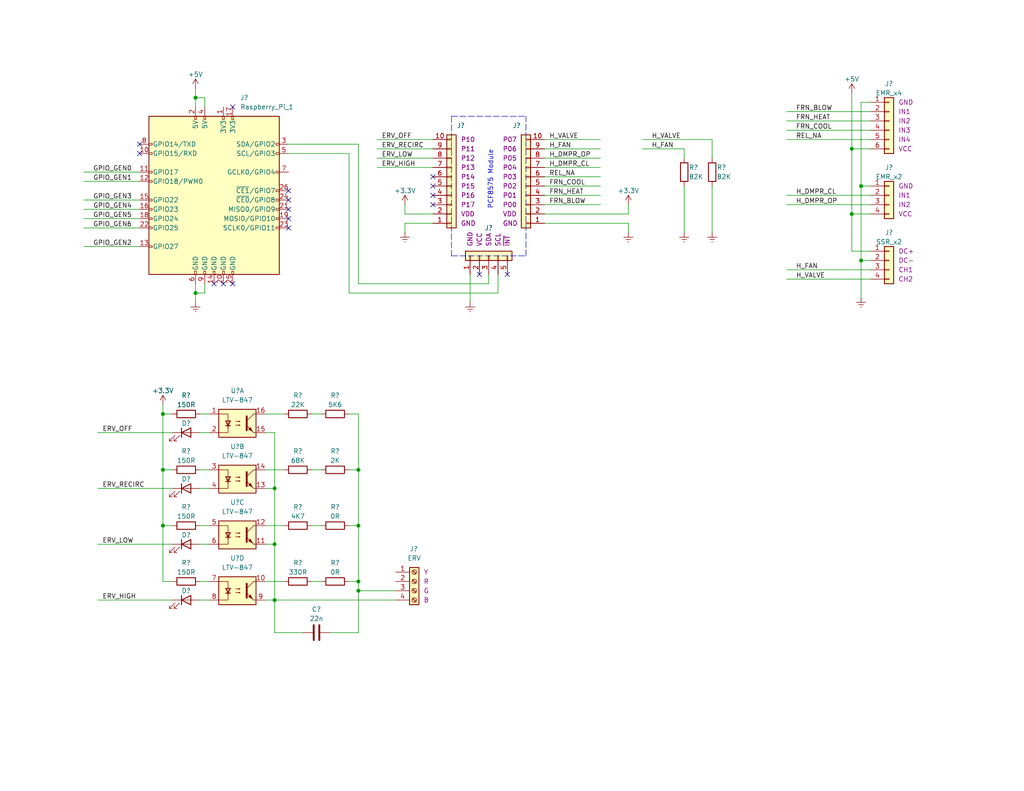
<source format=kicad_sch>
(kicad_sch (version 20211123) (generator eeschema)
  (paper "USLetter")
  (lib_symbols
    (symbol "Connector:Screw_Terminal_01x04" (pin_names (offset 1.016) hide)
      (property "Reference" "J" (at 0 5.08 0))
      (property "Value" "Screw_Terminal_01x04" (at 0 -7.62 0))
      (symbol "Screw_Terminal_01x04_1_1"
        (rectangle (start -1.27 3.81) (end 1.27 -6.35) (stroke (width 0.254)) (fill (type background)))
        (circle (center 0 -5.08) (radius 0.635) (stroke (width 0.1524)))
        (circle (center 0 -2.54) (radius 0.635) (stroke (width 0.1524)))
        (polyline (pts (xy -0.5334 -4.7498) (xy 0.3302 -5.588)) (stroke (width 0.1524)))
        (polyline (pts (xy -0.5334 -2.2098) (xy 0.3302 -3.048)) (stroke (width 0.1524)))
        (polyline (pts (xy -0.5334 0.3302) (xy 0.3302 -0.508)) (stroke (width 0.1524)))
        (polyline (pts (xy -0.5334 2.8702) (xy 0.3302 2.032)) (stroke (width 0.1524)))
        (polyline (pts (xy -0.3556 -4.572) (xy 0.508 -5.4102)) (stroke (width 0.1524)))
        (polyline (pts (xy -0.3556 -2.032) (xy 0.508 -2.8702)) (stroke (width 0.1524)))
        (polyline (pts (xy -0.3556 0.508) (xy 0.508 -0.3302)) (stroke (width 0.1524)))
        (polyline (pts (xy -0.3556 3.048) (xy 0.508 2.2098)) (stroke (width 0.1524)))
        (circle (center 0 0) (radius 0.635) (stroke (width 0.1524)))
        (circle (center 0 2.54) (radius 0.635) (stroke (width 0.1524)))
        (pin passive line (at -5.08 2.54 0) (length 3.81) (name "Pin_1") (number "1"))
        (pin passive line (at -5.08 0 0) (length 3.81) (name "Pin_2") (number "2"))
        (pin passive line (at -5.08 -2.54 0) (length 3.81) (name "Pin_3") (number "3"))
        (pin passive line (at -5.08 -5.08 0) (length 3.81) (name "Pin_4") (number "4"))
      )
    )
    (symbol "Connector_Generic:Conn_01x04" (pin_names (offset 1.016) hide)
      (property "Reference" "J" (at 0 5.08 0))
      (property "Value" "Conn_01x04" (at 0 -7.62 0))
      (symbol "Conn_01x04_1_1"
        (rectangle (start -1.27 -4.953) (end 0 -5.207) (stroke (width 0.1524)))
        (rectangle (start -1.27 -2.413) (end 0 -2.667) (stroke (width 0.1524)))
        (rectangle (start -1.27 0.127) (end 0 -0.127) (stroke (width 0.1524)))
        (rectangle (start -1.27 2.667) (end 0 2.413) (stroke (width 0.1524)))
        (rectangle (start -1.27 3.81) (end 1.27 -6.35) (stroke (width 0.254)) (fill (type background)))
        (pin passive line (at -5.08 2.54 0) (length 3.81) (name "Pin_1") (number "1"))
        (pin passive line (at -5.08 0 0) (length 3.81) (name "Pin_2") (number "2"))
        (pin passive line (at -5.08 -2.54 0) (length 3.81) (name "Pin_3") (number "3"))
        (pin passive line (at -5.08 -5.08 0) (length 3.81) (name "Pin_4") (number "4"))
      )
    )
    (symbol "Connector_Generic:Conn_01x05" (pin_names (offset 1.016) hide)
      (property "Reference" "J" (at 0 7.62 0))
      (property "Value" "Conn_01x05" (at 0 -7.62 0))
      (symbol "Conn_01x05_1_1"
        (rectangle (start -1.27 -4.953) (end 0 -5.207) (stroke (width 0.1524)))
        (rectangle (start -1.27 -2.413) (end 0 -2.667) (stroke (width 0.1524)))
        (rectangle (start -1.27 0.127) (end 0 -0.127) (stroke (width 0.1524)))
        (rectangle (start -1.27 2.667) (end 0 2.413) (stroke (width 0.1524)))
        (rectangle (start -1.27 5.207) (end 0 4.953) (stroke (width 0.1524)))
        (rectangle (start -1.27 6.35) (end 1.27 -6.35) (stroke (width 0.254)) (fill (type background)))
        (pin passive line (at -5.08 5.08 0) (length 3.81) (name "Pin_1") (number "1"))
        (pin passive line (at -5.08 2.54 0) (length 3.81) (name "Pin_2") (number "2"))
        (pin passive line (at -5.08 0 0) (length 3.81) (name "Pin_3") (number "3"))
        (pin passive line (at -5.08 -2.54 0) (length 3.81) (name "Pin_4") (number "4"))
        (pin passive line (at -5.08 -5.08 0) (length 3.81) (name "Pin_5") (number "5"))
      )
    )
    (symbol "Connector_Generic:Conn_01x06" (pin_names (offset 1.016) hide)
      (property "Reference" "J" (at 0 7.62 0))
      (property "Value" "Conn_01x06" (at 0 -10.16 0))
      (symbol "Conn_01x06_1_1"
        (rectangle (start -1.27 -7.493) (end 0 -7.747) (stroke (width 0.1524)))
        (rectangle (start -1.27 -4.953) (end 0 -5.207) (stroke (width 0.1524)))
        (rectangle (start -1.27 -2.413) (end 0 -2.667) (stroke (width 0.1524)))
        (rectangle (start -1.27 0.127) (end 0 -0.127) (stroke (width 0.1524)))
        (rectangle (start -1.27 2.667) (end 0 2.413) (stroke (width 0.1524)))
        (rectangle (start -1.27 5.207) (end 0 4.953) (stroke (width 0.1524)))
        (rectangle (start -1.27 6.35) (end 1.27 -8.89) (stroke (width 0.254)) (fill (type background)))
        (pin passive line (at -5.08 5.08 0) (length 3.81) (name "Pin_1") (number "1"))
        (pin passive line (at -5.08 2.54 0) (length 3.81) (name "Pin_2") (number "2"))
        (pin passive line (at -5.08 0 0) (length 3.81) (name "Pin_3") (number "3"))
        (pin passive line (at -5.08 -2.54 0) (length 3.81) (name "Pin_4") (number "4"))
        (pin passive line (at -5.08 -5.08 0) (length 3.81) (name "Pin_5") (number "5"))
        (pin passive line (at -5.08 -7.62 0) (length 3.81) (name "Pin_6") (number "6"))
      )
    )
    (symbol "Connector_Generic:Conn_01x10" (pin_names (offset 1.016) hide)
      (property "Reference" "J" (at 0 12.7 0))
      (property "Value" "Conn_01x10" (at 0 -15.24 0))
      (symbol "Conn_01x10_1_1"
        (rectangle (start -1.27 -12.573) (end 0 -12.827) (stroke (width 0.1524)))
        (rectangle (start -1.27 -10.033) (end 0 -10.287) (stroke (width 0.1524)))
        (rectangle (start -1.27 -7.493) (end 0 -7.747) (stroke (width 0.1524)))
        (rectangle (start -1.27 -4.953) (end 0 -5.207) (stroke (width 0.1524)))
        (rectangle (start -1.27 -2.413) (end 0 -2.667) (stroke (width 0.1524)))
        (rectangle (start -1.27 0.127) (end 0 -0.127) (stroke (width 0.1524)))
        (rectangle (start -1.27 2.667) (end 0 2.413) (stroke (width 0.1524)))
        (rectangle (start -1.27 5.207) (end 0 4.953) (stroke (width 0.1524)))
        (rectangle (start -1.27 7.747) (end 0 7.493) (stroke (width 0.1524)))
        (rectangle (start -1.27 10.287) (end 0 10.033) (stroke (width 0.1524)))
        (rectangle (start -1.27 11.43) (end 1.27 -13.97) (stroke (width 0.254)) (fill (type background)))
        (pin passive line (at -5.08 10.16 0) (length 3.81) (name "Pin_1") (number "1"))
        (pin passive line (at -5.08 -12.7 0) (length 3.81) (name "Pin_10") (number "10"))
        (pin passive line (at -5.08 7.62 0) (length 3.81) (name "Pin_2") (number "2"))
        (pin passive line (at -5.08 5.08 0) (length 3.81) (name "Pin_3") (number "3"))
        (pin passive line (at -5.08 2.54 0) (length 3.81) (name "Pin_4") (number "4"))
        (pin passive line (at -5.08 0 0) (length 3.81) (name "Pin_5") (number "5"))
        (pin passive line (at -5.08 -2.54 0) (length 3.81) (name "Pin_6") (number "6"))
        (pin passive line (at -5.08 -5.08 0) (length 3.81) (name "Pin_7") (number "7"))
        (pin passive line (at -5.08 -7.62 0) (length 3.81) (name "Pin_8") (number "8"))
        (pin passive line (at -5.08 -10.16 0) (length 3.81) (name "Pin_9") (number "9"))
      )
    )
    (symbol "Device:C" (pin_numbers hide) (pin_names (offset 0.254))
      (property "Reference" "C" (at 0.635 2.54 0))
      (property "Value" "C" (at 0.635 -2.54 0))
      (symbol "C_0_1"
        (polyline (pts (xy -2.032 -0.762) (xy 2.032 -0.762)) (stroke (width 0.508)))
        (polyline (pts (xy -2.032 0.762) (xy 2.032 0.762)) (stroke (width 0.508)))
      )
      (symbol "C_1_1"
        (pin passive line (at 0 3.81 270) (length 2.794) (name "~") (number "1"))
        (pin passive line (at 0 -3.81 90) (length 2.794) (name "~") (number "2"))
      )
    )
    (symbol "Device:LED" (pin_numbers hide) (pin_names (offset 1.016) hide)
      (property "Reference" "D" (at 0 2.54 0))
      (property "Value" "LED" (at 0 -2.54 0))
      (symbol "LED_0_1"
        (polyline (pts (xy -1.27 -1.27) (xy -1.27 1.27)) (stroke (width 0.254)))
        (polyline (pts (xy -1.27 0) (xy 1.27 0)))
        (polyline (pts (xy 1.27 -1.27) (xy 1.27 1.27) (xy -1.27 0) (xy 1.27 -1.27)) (stroke (width 0.254)))
        (polyline (pts (xy -3.048 -0.762) (xy -4.572 -2.286) (xy -3.81 -2.286) (xy -4.572 -2.286) (xy -4.572 -1.524)))
        (polyline (pts (xy -1.778 -0.762) (xy -3.302 -2.286) (xy -2.54 -2.286) (xy -3.302 -2.286) (xy -3.302 -1.524)))
      )
      (symbol "LED_1_1"
        (pin passive line (at -3.81 0 0) (length 2.54) (name "K") (number "1"))
        (pin passive line (at 3.81 0 180) (length 2.54) (name "A") (number "2"))
      )
    )
    (symbol "Device:R" (pin_numbers hide) (pin_names (offset 0))
      (property "Reference" "R" (at 2.032 0 90))
      (property "Value" "R" (at 0 0 90))
      (symbol "R_0_1"
        (rectangle (start -1.016 -2.54) (end 1.016 2.54) (stroke (width 0.254)))
      )
      (symbol "R_1_1"
        (pin passive line (at 0 3.81 270) (length 1.27) (name "~") (number "1"))
        (pin passive line (at 0 -3.81 90) (length 1.27) (name "~") (number "2"))
      )
    )
    (symbol "Isolator:LTV-847" (pin_names (offset 1.016))
      (property "Reference" "U" (at -5.08 5.08 0))
      (property "Value" "LTV-847" (at 0 5.08 0))
      (symbol "LTV-847_0_1"
        (rectangle (start -5.08 3.81) (end 5.08 -3.81) (stroke (width 0.254)) (fill (type background)))
        (polyline (pts (xy -3.175 -0.635) (xy -1.905 -0.635)) (stroke (width 0.254)))
        (polyline (pts (xy 2.54 0.635) (xy 4.445 2.54)))
        (polyline (pts (xy 4.445 -2.54) (xy 2.54 -0.635)) (fill (type outline)))
        (polyline (pts (xy 4.445 -2.54) (xy 5.08 -2.54)))
        (polyline (pts (xy 4.445 2.54) (xy 5.08 2.54)))
        (polyline (pts (xy -2.54 -0.635) (xy -2.54 -2.54) (xy -5.08 -2.54)))
        (polyline (pts (xy 2.54 1.905) (xy 2.54 -1.905) (xy 2.54 -1.905)) (stroke (width 0.508)))
        (polyline (pts (xy -5.08 2.54) (xy -2.54 2.54) (xy -2.54 -1.27) (xy -2.54 0.635)))
        (polyline (pts (xy -2.54 -0.635) (xy -3.175 0.635) (xy -1.905 0.635) (xy -2.54 -0.635)) (stroke (width 0.254)))
        (polyline (pts (xy -0.508 -0.508) (xy 0.762 -0.508) (xy 0.381 -0.635) (xy 0.381 -0.381) (xy 0.762 -0.508)))
        (polyline (pts (xy -0.508 0.508) (xy 0.762 0.508) (xy 0.381 0.381) (xy 0.381 0.635) (xy 0.762 0.508)))
        (polyline (pts (xy 3.048 -1.651) (xy 3.556 -1.143) (xy 4.064 -2.159) (xy 3.048 -1.651) (xy 3.048 -1.651)) (fill (type outline)))
      )
      (symbol "LTV-847_1_1"
        (pin passive line (at -7.62 2.54 0) (length 2.54) (name "~") (number "1"))
        (pin passive line (at 7.62 -2.54 180) (length 2.54) (name "~") (number "15"))
        (pin passive line (at 7.62 2.54 180) (length 2.54) (name "~") (number "16"))
        (pin passive line (at -7.62 -2.54 0) (length 2.54) (name "~") (number "2"))
      )
      (symbol "LTV-847_2_1"
        (pin passive line (at 7.62 -2.54 180) (length 2.54) (name "~") (number "13"))
        (pin passive line (at 7.62 2.54 180) (length 2.54) (name "~") (number "14"))
        (pin passive line (at -7.62 2.54 0) (length 2.54) (name "~") (number "3"))
        (pin passive line (at -7.62 -2.54 0) (length 2.54) (name "~") (number "4"))
      )
      (symbol "LTV-847_3_1"
        (pin passive line (at 7.62 -2.54 180) (length 2.54) (name "~") (number "11"))
        (pin passive line (at 7.62 2.54 180) (length 2.54) (name "~") (number "12"))
        (pin passive line (at -7.62 2.54 0) (length 2.54) (name "~") (number "5"))
        (pin passive line (at -7.62 -2.54 0) (length 2.54) (name "~") (number "6"))
      )
      (symbol "LTV-847_4_1"
        (pin passive line (at 7.62 2.54 180) (length 2.54) (name "~") (number "10"))
        (pin passive line (at -7.62 2.54 0) (length 2.54) (name "~") (number "7"))
        (pin passive line (at -7.62 -2.54 0) (length 2.54) (name "~") (number "8"))
        (pin passive line (at 7.62 -2.54 180) (length 2.54) (name "~") (number "9"))
      )
    )
    (symbol "_Connector:Raspberry_Pi_1" (pin_names (offset 1.016))
      (property "Reference" "J" (at -17.78 22.86 0))
      (property "Value" "Raspberry_Pi_1" (at 8.89 -22.86 0))
      (symbol "Raspberry_Pi_1_0_1"
        (rectangle (start -17.78 21.59) (end 17.78 -21.59) (stroke (width 0.254)) (fill (type background)))
      )
      (symbol "Raspberry_Pi_1_1_1"
        (rectangle (start -16.891 -13.716) (end -17.78 -14.224))
        (rectangle (start -16.891 -8.636) (end -17.78 -9.144))
        (rectangle (start -16.891 -6.096) (end -17.78 -6.604))
        (rectangle (start -16.891 -3.556) (end -17.78 -4.064))
        (rectangle (start -16.891 -1.016) (end -17.78 -1.524))
        (rectangle (start -16.891 4.064) (end -17.78 3.556))
        (rectangle (start -16.891 6.604) (end -17.78 6.096))
        (rectangle (start -16.891 11.684) (end -17.78 11.176))
        (rectangle (start -16.891 14.224) (end -17.78 13.716))
        (rectangle (start -5.334 -20.701) (end -4.826 -21.59))
        (rectangle (start -5.334 21.59) (end -4.826 20.701))
        (rectangle (start -2.794 -20.701) (end -2.286 -21.59))
        (rectangle (start -2.794 21.59) (end -2.286 20.701))
        (rectangle (start -0.254 -20.701) (end 0.254 -21.59))
        (rectangle (start 2.286 -20.701) (end 2.794 -21.59))
        (rectangle (start 2.286 21.59) (end 2.794 20.701))
        (rectangle (start 4.826 -20.701) (end 5.334 -21.59))
        (rectangle (start 4.826 21.59) (end 5.334 20.701))
        (rectangle (start 17.78 -8.636) (end 16.891 -9.144))
        (rectangle (start 17.78 -6.096) (end 16.891 -6.604))
        (rectangle (start 17.78 -3.556) (end 16.891 -4.064))
        (rectangle (start 17.78 -1.016) (end 16.891 -1.524))
        (rectangle (start 17.78 1.524) (end 16.891 1.016))
        (rectangle (start 17.78 6.604) (end 16.891 6.096))
        (rectangle (start 17.78 11.684) (end 16.891 11.176))
        (rectangle (start 17.78 14.224) (end 16.891 13.716))
        (pin power_in line (at 2.54 24.13 270) (length 2.54) (name "3V3") (number "1"))
        (pin bidirectional line (at -20.32 11.43 0) (length 2.54) (name "GPIO15/RXD") (number "10"))
        (pin bidirectional line (at -20.32 6.35 0) (length 2.54) (name "GPIO17") (number "11"))
        (pin bidirectional line (at -20.32 3.81 0) (length 2.54) (name "GPIO18/PWM0") (number "12"))
        (pin bidirectional line (at -20.32 -13.97 0) (length 2.54) (name "GPIO27") (number "13"))
        (pin power_in line (at 0 -24.13 90) (length 2.54) (name "GND") (number "14"))
        (pin bidirectional line (at -20.32 -1.27 0) (length 2.54) (name "GPIO22") (number "15"))
        (pin bidirectional line (at -20.32 -3.81 0) (length 2.54) (name "GPIO23") (number "16"))
        (pin power_in line (at 5.08 24.13 270) (length 2.54) (name "3V3") (number "17"))
        (pin bidirectional line (at -20.32 -6.35 0) (length 2.54) (name "GPIO24") (number "18"))
        (pin bidirectional line (at 20.32 -6.35 180) (length 2.54) (name "MOSI0/GPIO10") (number "19"))
        (pin power_in line (at -5.08 24.13 270) (length 2.54) (name "5V") (number "2"))
        (pin power_in line (at 2.54 -24.13 90) (length 2.54) (name "GND") (number "20"))
        (pin bidirectional line (at 20.32 -3.81 180) (length 2.54) (name "MISO0/GPIO9") (number "21"))
        (pin bidirectional line (at -20.32 -8.89 0) (length 2.54) (name "GPIO25") (number "22"))
        (pin bidirectional line (at 20.32 -8.89 180) (length 2.54) (name "SCLK0/GPIO11") (number "23"))
        (pin bidirectional line (at 20.32 -1.27 180) (length 2.54) (name "~{CE0}/GPIO8") (number "24"))
        (pin power_in line (at 5.08 -24.13 90) (length 2.54) (name "GND") (number "25"))
        (pin bidirectional line (at 20.32 1.27 180) (length 2.54) (name "~{CE1}/GPIO7") (number "26"))
        (pin bidirectional line (at 20.32 13.97 180) (length 2.54) (name "SDA/GPIO2") (number "3"))
        (pin power_in line (at -2.54 24.13 270) (length 2.54) (name "5V") (number "4"))
        (pin bidirectional line (at 20.32 11.43 180) (length 2.54) (name "SCL/GPIO3") (number "5"))
        (pin power_in line (at -5.08 -24.13 90) (length 2.54) (name "GND") (number "6"))
        (pin bidirectional line (at 20.32 6.35 180) (length 2.54) (name "GCLK0/GPIO4") (number "7"))
        (pin bidirectional line (at -20.32 13.97 0) (length 2.54) (name "GPIO14/TXD") (number "8"))
        (pin power_in line (at -2.54 -24.13 90) (length 2.54) (name "GND") (number "9"))
      )
    )
    (symbol "power:+3.3V" (power) (pin_names (offset 0))
      (property "Value" "+3.3V" (at 0 3.556 0))
      (symbol "+3.3V_0_1"
        (polyline (pts (xy -0.762 1.27) (xy 0 2.54)))
        (polyline (pts (xy 0 0) (xy 0 2.54)))
        (polyline (pts (xy 0 2.54) (xy 0.762 1.27)))
      )
      (symbol "+3.3V_1_1"
        (pin power_in line (at 0 0 90) (length 0) hide (name "+3.3V") (number "1"))
      )
    )
    (symbol "power:+5V" (power) (pin_names (offset 0))
      (property "Value" "+5V" (at 0 3.556 0))
      (symbol "+5V_0_1"
        (polyline (pts (xy -0.762 1.27) (xy 0 2.54)))
        (polyline (pts (xy 0 0) (xy 0 2.54)))
        (polyline (pts (xy 0 2.54) (xy 0.762 1.27)))
      )
      (symbol "+5V_1_1"
        (pin power_in line (at 0 0 90) (length 0) hide (name "+5V") (number "1"))
      )
    )
    (symbol "power:Earth" (power) (pin_names (offset 0))
      (symbol "Earth_0_1"
        (polyline (pts (xy -0.635 -1.905) (xy 0.635 -1.905)))
        (polyline (pts (xy -0.127 -2.54) (xy 0.127 -2.54)))
        (polyline (pts (xy 0 -1.27) (xy 0 0)))
        (polyline (pts (xy 1.27 -1.27) (xy -1.27 -1.27)))
      )
      (symbol "Earth_1_1"
        (pin power_in line (at 0 0 270) (length 0) hide (name "Earth") (number "1"))
      )
    )
  )
  (junction (at 97.79 161.29))
  (junction (at 97.79 143.51))
  (junction (at 53.34 26.67))
  (junction (at 234.95 50.8))
  (junction (at 232.41 58.42))
  (junction (at 44.45 113.03))
  (junction (at 232.41 40.64))
  (junction (at 44.45 143.51))
  (junction (at 74.93 163.83))
  (junction (at 53.34 80.01))
  (junction (at 44.45 128.27))
  (junction (at 74.93 133.35))
  (junction (at 97.79 158.75))
  (junction (at 74.93 148.59))
  (junction (at 97.79 128.27))
  (junction (at 234.95 71.12))
  (no_connect (at 78.74 62.23))
  (no_connect (at 78.74 54.61))
  (no_connect (at 58.42 77.47))
  (no_connect (at 63.5 29.21))
  (no_connect (at 38.1 39.37))
  (no_connect (at 118.11 48.26))
  (no_connect (at 60.96 77.47))
  (no_connect (at 138.43 74.93))
  (no_connect (at 118.11 55.88))
  (no_connect (at 118.11 50.8))
  (no_connect (at 118.11 53.34))
  (no_connect (at 38.1 41.91))
  (no_connect (at 130.81 74.93))
  (no_connect (at 78.74 57.15))
  (no_connect (at 78.74 52.07))
  (no_connect (at 78.74 59.69))
  (no_connect (at 63.5 77.47))
  (wire (pts (xy 74.93 148.59) (xy 74.93 133.35)))
  (wire (pts (xy 22.86 49.53) (xy 38.1 49.53)))
  (wire (pts (xy 95.25 158.75) (xy 97.79 158.75)))
  (wire (pts (xy 44.45 113.03) (xy 44.45 110.49)))
  (wire (pts (xy 82.55 172.72) (xy 74.93 172.72)))
  (wire (pts (xy 194.31 38.1) (xy 175.26 38.1)))
  (wire (pts (xy 214.63 33.02) (xy 237.49 33.02)))
  (polyline (pts (xy 143.51 69.85) (xy 143.51 31.75)))
  (wire (pts (xy 74.93 172.72) (xy 74.93 163.83)))
  (wire (pts (xy 102.87 43.18) (xy 118.11 43.18)))
  (wire (pts (xy 85.09 113.03) (xy 87.63 113.03)))
  (wire (pts (xy 44.45 158.75) (xy 44.45 143.51)))
  (wire (pts (xy 72.39 148.59) (xy 74.93 148.59)))
  (wire (pts (xy 72.39 128.27) (xy 77.47 128.27)))
  (wire (pts (xy 95.25 143.51) (xy 97.79 143.51)))
  (wire (pts (xy 148.59 45.72) (xy 163.83 45.72)))
  (wire (pts (xy 102.87 40.64) (xy 118.11 40.64)))
  (wire (pts (xy 95.25 113.03) (xy 97.79 113.03)))
  (wire (pts (xy 175.26 40.64) (xy 186.69 40.64)))
  (wire (pts (xy 74.93 118.11) (xy 74.93 133.35)))
  (wire (pts (xy 234.95 50.8) (xy 234.95 71.12)))
  (wire (pts (xy 97.79 113.03) (xy 97.79 128.27)))
  (wire (pts (xy 118.11 60.96) (xy 110.49 60.96)))
  (wire (pts (xy 148.59 40.64) (xy 163.83 40.64)))
  (wire (pts (xy 110.49 60.96) (xy 110.49 63.5)))
  (wire (pts (xy 72.39 113.03) (xy 77.47 113.03)))
  (wire (pts (xy 110.49 58.42) (xy 118.11 58.42)))
  (wire (pts (xy 148.59 48.26) (xy 163.83 48.26)))
  (wire (pts (xy 102.87 45.72) (xy 118.11 45.72)))
  (wire (pts (xy 85.09 128.27) (xy 87.63 128.27)))
  (wire (pts (xy 232.41 68.58) (xy 232.41 58.42)))
  (wire (pts (xy 55.88 77.47) (xy 55.88 80.01)))
  (wire (pts (xy 148.59 50.8) (xy 163.83 50.8)))
  (wire (pts (xy 85.09 143.51) (xy 87.63 143.51)))
  (wire (pts (xy 194.31 43.18) (xy 194.31 38.1)))
  (wire (pts (xy 186.69 43.18) (xy 186.69 40.64)))
  (wire (pts (xy 74.93 133.35) (xy 72.39 133.35)))
  (wire (pts (xy 97.79 161.29) (xy 107.95 161.29)))
  (wire (pts (xy 74.93 163.83) (xy 107.95 163.83)))
  (wire (pts (xy 55.88 80.01) (xy 53.34 80.01)))
  (wire (pts (xy 214.63 35.56) (xy 237.49 35.56)))
  (wire (pts (xy 171.45 55.88) (xy 171.45 58.42)))
  (wire (pts (xy 95.25 41.91) (xy 78.74 41.91)))
  (wire (pts (xy 237.49 71.12) (xy 234.95 71.12)))
  (wire (pts (xy 22.86 59.69) (xy 38.1 59.69)))
  (wire (pts (xy 234.95 27.94) (xy 234.95 50.8)))
  (wire (pts (xy 54.61 158.75) (xy 57.15 158.75)))
  (wire (pts (xy 148.59 38.1) (xy 163.83 38.1)))
  (polyline (pts (xy 123.19 31.75) (xy 123.19 69.85)))
  (wire (pts (xy 53.34 77.47) (xy 53.34 80.01)))
  (wire (pts (xy 26.67 163.83) (xy 46.99 163.83)))
  (wire (pts (xy 194.31 50.8) (xy 194.31 63.5)))
  (wire (pts (xy 97.79 172.72) (xy 97.79 161.29)))
  (wire (pts (xy 102.87 38.1) (xy 118.11 38.1)))
  (wire (pts (xy 171.45 60.96) (xy 171.45 63.5)))
  (wire (pts (xy 46.99 158.75) (xy 44.45 158.75)))
  (wire (pts (xy 148.59 58.42) (xy 171.45 58.42)))
  (wire (pts (xy 232.41 58.42) (xy 232.41 40.64)))
  (wire (pts (xy 97.79 128.27) (xy 97.79 143.51)))
  (wire (pts (xy 186.69 50.8) (xy 186.69 63.5)))
  (wire (pts (xy 110.49 55.88) (xy 110.49 58.42)))
  (wire (pts (xy 133.35 74.93) (xy 133.35 77.47)))
  (wire (pts (xy 237.49 58.42) (xy 232.41 58.42)))
  (wire (pts (xy 214.63 30.48) (xy 237.49 30.48)))
  (wire (pts (xy 22.86 57.15) (xy 38.1 57.15)))
  (wire (pts (xy 54.61 133.35) (xy 57.15 133.35)))
  (wire (pts (xy 148.59 53.34) (xy 163.83 53.34)))
  (wire (pts (xy 55.88 29.21) (xy 55.88 26.67)))
  (wire (pts (xy 46.99 113.03) (xy 44.45 113.03)))
  (wire (pts (xy 237.49 50.8) (xy 234.95 50.8)))
  (wire (pts (xy 22.86 67.31) (xy 38.1 67.31)))
  (wire (pts (xy 26.67 133.35) (xy 46.99 133.35)))
  (polyline (pts (xy 123.19 31.75) (xy 143.51 31.75)))
  (wire (pts (xy 214.63 38.1) (xy 237.49 38.1)))
  (wire (pts (xy 85.09 158.75) (xy 87.63 158.75)))
  (wire (pts (xy 133.35 77.47) (xy 97.79 77.47)))
  (wire (pts (xy 97.79 39.37) (xy 78.74 39.37)))
  (wire (pts (xy 54.61 113.03) (xy 57.15 113.03)))
  (wire (pts (xy 128.27 82.55) (xy 128.27 74.93)))
  (polyline (pts (xy 123.19 69.85) (xy 143.51 69.85)))
  (wire (pts (xy 97.79 77.47) (xy 97.79 39.37)))
  (wire (pts (xy 53.34 26.67) (xy 53.34 29.21)))
  (wire (pts (xy 148.59 55.88) (xy 163.83 55.88)))
  (wire (pts (xy 97.79 158.75) (xy 97.79 161.29)))
  (wire (pts (xy 95.25 80.01) (xy 95.25 41.91)))
  (wire (pts (xy 26.67 118.11) (xy 46.99 118.11)))
  (wire (pts (xy 46.99 128.27) (xy 44.45 128.27)))
  (wire (pts (xy 22.86 62.23) (xy 38.1 62.23)))
  (wire (pts (xy 72.39 143.51) (xy 77.47 143.51)))
  (wire (pts (xy 46.99 143.51) (xy 44.45 143.51)))
  (wire (pts (xy 90.17 172.72) (xy 97.79 172.72)))
  (wire (pts (xy 237.49 68.58) (xy 232.41 68.58)))
  (wire (pts (xy 22.86 54.61) (xy 38.1 54.61)))
  (wire (pts (xy 44.45 143.51) (xy 44.45 128.27)))
  (wire (pts (xy 234.95 71.12) (xy 234.95 81.28)))
  (wire (pts (xy 72.39 118.11) (xy 74.93 118.11)))
  (wire (pts (xy 74.93 163.83) (xy 74.93 148.59)))
  (wire (pts (xy 97.79 143.51) (xy 97.79 158.75)))
  (wire (pts (xy 54.61 143.51) (xy 57.15 143.51)))
  (wire (pts (xy 44.45 128.27) (xy 44.45 113.03)))
  (wire (pts (xy 232.41 40.64) (xy 232.41 25.4)))
  (wire (pts (xy 148.59 60.96) (xy 171.45 60.96)))
  (wire (pts (xy 237.49 40.64) (xy 232.41 40.64)))
  (wire (pts (xy 214.63 55.88) (xy 237.49 55.88)))
  (wire (pts (xy 54.61 128.27) (xy 57.15 128.27)))
  (wire (pts (xy 72.39 163.83) (xy 74.93 163.83)))
  (wire (pts (xy 26.67 148.59) (xy 46.99 148.59)))
  (wire (pts (xy 135.89 74.93) (xy 135.89 80.01)))
  (wire (pts (xy 148.59 43.18) (xy 163.83 43.18)))
  (wire (pts (xy 95.25 128.27) (xy 97.79 128.27)))
  (wire (pts (xy 54.61 118.11) (xy 57.15 118.11)))
  (wire (pts (xy 214.63 76.2) (xy 237.49 76.2)))
  (wire (pts (xy 135.89 80.01) (xy 95.25 80.01)))
  (wire (pts (xy 214.63 73.66) (xy 237.49 73.66)))
  (wire (pts (xy 53.34 24.13) (xy 53.34 26.67)))
  (wire (pts (xy 53.34 80.01) (xy 53.34 82.55)))
  (wire (pts (xy 22.86 46.99) (xy 38.1 46.99)))
  (wire (pts (xy 55.88 26.67) (xy 53.34 26.67)))
  (wire (pts (xy 54.61 163.83) (xy 57.15 163.83)))
  (wire (pts (xy 237.49 27.94) (xy 234.95 27.94)))
  (wire (pts (xy 214.63 53.34) (xy 237.49 53.34)))
  (wire (pts (xy 72.39 158.75) (xy 77.47 158.75)))
  (wire (pts (xy 54.61 148.59) (xy 57.15 148.59)))
  (text "PCF8575 Module" (at 134.62 57.15 90) (effects (font (size 1.27 1.27)) (justify left bottom)))
  (label "FRN_HEAT" (at 149.86 53.34 0))
  (label "ERV_HIGH" (at 27.94 163.83 0))
  (label "REL_NA" (at 149.86 48.26 0))
  (label "ERV_LOW" (at 27.94 148.59 0))
  (label "H_VALVE" (at 177.8 38.1 0))
  (label "GPIO_GEN5" (at 25.4 59.69 0))
  (label "GPIO_GEN0" (at 25.4 46.99 0))
  (label "H_DMPR_CL" (at 217.1701 53.34 0))
  (label "FRN_BLOW" (at 149.86 55.88 0))
  (label "ERV_RECIRC" (at 27.94 133.35 0))
  (label "GPIO_GEN2" (at 25.4 67.31 0))
  (label "H_FAN" (at 149.86 40.64 0))
  (label "FRN_COOL" (at 217.17 35.56 0))
  (label "FRN_HEAT" (at 217.17 33.02 0))
  (label "ERV_OFF" (at 104.14 38.1 0))
  (label "FRN_BLOW" (at 217.17 30.48 0))
  (label "ERV_OFF" (at 27.94 118.11 0))
  (label "ERV_HIGH" (at 104.14 45.72 0))
  (label "ERV_LOW" (at 104.14 43.18 0))
  (label "H_FAN" (at 217.1701 73.66 0))
  (label "H_DMPR_OP" (at 217.1701 55.88 0))
  (label "H_DMPR_OP" (at 149.86 43.18 0))
  (label "H_VALVE" (at 149.86 38.1 0))
  (label "H_FAN" (at 177.8 40.64 0))
  (label "GPIO_GEN6" (at 25.4 62.23 0))
  (label "GPIO_GEN1" (at 25.4 49.53 0))
  (label "GPIO_GEN3" (at 25.4 54.61 0))
  (label "H_DMPR_CL" (at 149.86 45.72 0))
  (label "H_VALVE" (at 217.1701 76.2 0))
  (label "GPIO_GEN4" (at 25.4 57.15 0))
  (label "REL_NA" (at 217.17 38.1 0))
  (label "FRN_COOL" (at 149.86 50.8 0))
  (label "ERV_RECIRC" (at 104.14 40.64 0))
  (symbol (lib_id "power:Earth") (at 194.31 63.5 0) (unit 1)
    (property "Reference" "#PWR?" (effects hide))
    (property "Value" "Earth" (effects hide))
  )
  (symbol (lib_id "Device:LED") (at 50.8 118.11 0) (unit 1)
    (property "Reference" "D?" (at 50.8 115.57 0))
    (property "Value" "LED" (effects hide))
  )
  (symbol (lib_id "Device:LED") (at 50.8 148.59 0) (unit 1)
    (property "Reference" "D?" (at 50.8 146.05 0))
    (property "Value" "LED" (effects hide))
  )
  (symbol (lib_id "Device:R") (at 91.44 158.75 90) (unit 1)
    (property "Reference" "R?" (at 91.44 153.67 90))
    (property "Value" "0R" (at 91.44 156.21 90))
  )
  (symbol (lib_id "Device:R") (at 50.8 113.03 90) (unit 1)
    (property "Reference" "R?" (at 50.8 107.95 90))
    (property "Value" "150R" (at 50.8 110.49 90))
  )
  (symbol (lib_id "power:Earth") (at 186.69 63.5 0) (unit 1)
    (property "Reference" "#PWR?" (effects hide))
    (property "Value" "Earth" (effects hide))
  )
  (symbol (lib_id "Device:R") (at 186.69 46.99 0) (unit 1)
    (property "Reference" "R?" (at 187.96 45.72 0) (effects (justify left)))
    (property "Value" "82K" (at 187.96 48.26 0) (effects (justify left)))
  )
  (symbol (lib_id "Device:R") (at 91.44 113.03 90) (unit 1)
    (property "Reference" "R?" (at 91.44 107.95 90))
    (property "Value" "5K6" (at 91.44 110.49 90))
  )
  (symbol (lib_id "power:+5V") (at 53.34 24.13 0) (unit 1)
    (property "Reference" "#PWR?" (effects hide))
    (property "Value" "+5V" (at 53.34 20.32 0))
  )
  (symbol (lib_id "Device:C") (at 86.36 172.72 90) (unit 1)
    (property "Reference" "C?" (at 86.36 166.37 90))
    (property "Value" "22n" (at 86.36 168.91 90))
  )
  (symbol (lib_id "Device:R") (at 50.8 158.75 90) (unit 1)
    (property "Reference" "R?" (at 50.8 153.67 90))
    (property "Value" "150R" (at 50.8 156.21 90))
  )
  (symbol (lib_id "power:Earth") (at 53.34 82.55 0) (unit 1)
    (property "Reference" "#PWR?" (effects hide))
    (property "Value" "Earth" (effects hide))
  )
  (symbol (lib_id "Device:R") (at 50.8 143.51 90) (unit 1)
    (property "Reference" "R?" (at 50.8 138.43 90))
    (property "Value" "150R" (at 50.8 140.97 90))
  )
  (symbol (lib_id "power:Earth") (at 128.27 82.55 0) (unit 1)
    (property "Reference" "#PWR?" (effects hide))
    (property "Value" "Earth" (effects hide))
  )
  (symbol (lib_id "Device:R") (at 50.8 128.27 90) (unit 1)
    (property "Reference" "R?" (at 50.8 123.19 90))
    (property "Value" "150R" (at 50.8 125.73 90))
  )
  (symbol (lib_id "Device:R") (at 194.31 46.99 0) (unit 1)
    (property "Reference" "R?" (at 195.58 45.72 0) (effects (justify left)))
    (property "Value" "82K" (at 195.58 48.26 0) (effects (justify left)))
  )
  (symbol (lib_id "_Connector:Raspberry_Pi_1") (at 58.42 53.34 0) (unit 1)
    (property "Reference" "J?" (at 65.5194 26.67 0) (effects (justify left)))
    (property "Value" "Raspberry_Pi_1" (at 65.5194 29.21 0) (effects (justify left)))
  )
  (symbol (lib_id "Device:R") (at 81.28 158.75 90) (unit 1)
    (property "Reference" "R?" (at 81.28 153.67 90))
    (property "Value" "330R" (at 81.28 156.21 90))
  )
  (symbol (lib_id "Isolator:LTV-847") (at 64.77 161.29 0) (unit 4)
    (property "Reference" "U?" (at 64.77 152.4 0))
    (property "Value" "LTV-847" (at 64.77 154.94 0))
    (property "Footprint" "Package_DIP:DIP-16_W7.62mm" (effects hide))
    (property "Datasheet" "http://optoelectronics.liteon.com/upload/download/DS-70-96-0016/LTV-8X7%20series.PDF" (effects hide))
  )
  (symbol (lib_id "Device:LED") (at 50.8 133.35 0) (unit 1)
    (property "Reference" "D?" (at 50.8 130.81 0))
    (property "Value" "LED" (effects hide))
  )
  (symbol (lib_id "Connector:Screw_Terminal_01x04") (at 113.03 158.75 0) (unit 1)
    (property "Reference" "J?" (at 111.76 149.86 0) (effects (justify left)))
    (property "Value" "ERV" (at 113.03 152.4 0))
    (property "Pin_1" "Y" (at 115.57 156.21 0) (effects (justify left)))
    (property "Pin_2" "R" (at 115.57 158.75 0) (effects (justify left)))
    (property "Pin_3" "G" (at 115.57 161.29 0) (effects (justify left)))
    (property "Pin_4" "B" (at 115.57 163.83 0) (effects (justify left)))
  )
  (symbol (lib_id "Isolator:LTV-847") (at 64.77 130.81 0) (unit 2)
    (property "Reference" "U?" (at 64.77 121.92 0))
    (property "Value" "LTV-847" (at 64.77 124.46 0))
    (property "Footprint" "Package_DIP:DIP-16_W7.62mm" (effects hide))
    (property "Datasheet" "http://optoelectronics.liteon.com/upload/download/DS-70-96-0016/LTV-8X7%20series.PDF" (effects hide))
  )
  (symbol (lib_id "power:Earth") (at 171.45 63.5 0) (unit 1)
    (property "Reference" "#PWR?" (effects hide))
    (property "Value" "Earth" (effects hide))
  )
  (symbol (lib_id "power:+5V") (at 232.41 25.4 0) (unit 1)
    (property "Reference" "#PWR?" (effects hide))
    (property "Value" "+5V" (at 232.41 21.59 0))
  )
  (symbol (lib_id "Isolator:LTV-847") (at 64.77 146.05 0) (unit 3)
    (property "Reference" "U?" (at 64.77 137.16 0))
    (property "Value" "LTV-847" (at 64.77 139.7 0))
    (property "Footprint" "Package_DIP:DIP-16_W7.62mm" (effects hide))
    (property "Datasheet" "http://optoelectronics.liteon.com/upload/download/DS-70-96-0016/LTV-8X7%20series.PDF" (effects hide))
  )
  (symbol (lib_id "Device:R") (at 81.28 128.27 90) (unit 1)
    (property "Reference" "R?" (at 81.28 123.19 90))
    (property "Value" "68K" (at 81.28 125.73 90))
  )
  (symbol (lib_id "Isolator:LTV-847") (at 64.77 115.57 0) (unit 1)
    (property "Reference" "U?" (at 64.77 106.68 0))
    (property "Value" "LTV-847" (at 64.77 109.22 0))
    (property "Footprint" "Package_DIP:DIP-16_W7.62mm" (effects hide))
    (property "Datasheet" "http://optoelectronics.liteon.com/upload/download/DS-70-96-0016/LTV-8X7%20series.PDF" (effects hide))
  )
  (symbol (lib_id "Device:R") (at 81.28 113.03 90) (unit 1)
    (property "Reference" "R?" (at 81.28 107.95 90))
    (property "Value" "22K" (at 81.28 110.49 90))
  )
  (symbol (lib_id "power:+3.3V") (at 110.49 55.88 0) (unit 1)
    (property "Reference" "#PWR?" (effects hide))
    (property "Value" "+3.3V" (at 110.49 52.07 0))
  )
  (symbol (lib_id "Connector_Generic:Conn_01x06") (at 242.57 33.02 0) (unit 1)
    (property "Reference" "J?" (at 242.57 22.86 0))
    (property "Value" "EMR_x4" (at 242.57 25.4 0))
    (property "Footprint" "Connector_PinHeader_2.54mm:PinHeader_1x06_P2.54mm_Horizontal" (effects hide))
    (property "Pin_1" "GND" (at 245.11 27.94 0) (effects (justify left)))
    (property "Pin_2" "IN1" (at 245.11 30.48 0) (effects (justify left)))
    (property "Pin_3" "IN2" (at 245.11 33.02 0) (effects (justify left)))
    (property "Pin_4" "IN3" (at 245.11 35.56 0) (effects (justify left)))
    (property "Pin_5" "IN4" (at 245.11 38.1 0) (effects (justify left)))
    (property "Pin_6" "VCC" (at 245.11 40.64 0) (effects (justify left)))
  )
  (symbol (lib_id "Device:R") (at 91.44 128.27 90) (unit 1)
    (property "Reference" "R?" (at 91.44 123.19 90))
    (property "Value" "2K" (at 91.44 125.73 90))
  )
  (symbol (lib_id "power:+3.3V") (at 171.45 55.88 0) (unit 1)
    (property "Reference" "#PWR?" (effects hide))
    (property "Value" "+3.3V" (at 171.45 52.07 0))
  )
  (symbol (lib_id "Device:LED") (at 50.8 163.83 0) (unit 1)
    (property "Reference" "D?" (at 50.8 161.29 0))
    (property "Value" "LED" (effects hide))
  )
  (symbol (lib_id "Connector_Generic:Conn_01x10") (at 123.19 50.8 0) (mirror x) (unit 1)
    (property "Reference" "J?" (at 125.73 34.29 0))
    (property "Value" "Conn_01x10" (effects hide))
    (property "Pin_L1" "GND" (at 125.73 60.96 0) (effects (justify left)))
    (property "Pin_L2" "VDD" (at 125.73 58.42 0) (effects (justify left)))
    (property "Pin_L3" "P17" (at 125.73 55.88 0) (effects (justify left)))
    (property "Pin_L4" "P16" (at 125.73 53.34 0) (effects (justify left)))
    (property "Pin_L5" "P15" (at 125.73 50.8 0) (effects (justify left)))
    (property "Pin_L6" "P14" (at 125.73 48.26 0) (effects (justify left)))
    (property "Pin_L7" "P13" (at 125.73 45.72 0) (effects (justify left)))
    (property "Pin_L8" "P12" (at 125.73 43.18 0) (effects (justify left)))
    (property "Pin_L9" "P11" (at 125.73 40.64 0) (effects (justify left)))
    (property "Pin_L10" "P10" (at 125.73 38.1 0) (effects (justify left)))
  )
  (symbol (lib_id "Device:R") (at 91.44 143.51 90) (unit 1)
    (property "Reference" "R?" (at 91.44 138.43 90))
    (property "Value" "0R" (at 91.44 140.97 90))
  )
  (symbol (lib_id "Connector_Generic:Conn_01x05") (at 133.35 69.85 90) (unit 1)
    (property "Reference" "J?" (at 133.35 62.23 90))
    (property "Value" "Conn_01x05" (effects hide))
    (property "Pin_1" "GND" (at 128.27 67.31 0) (effects (justify left)))
    (property "Pin_2" "VCC" (at 130.81 67.31 0) (effects (justify left)))
    (property "Pin_3" "SDA" (at 133.35 67.31 0) (effects (justify left)))
    (property "Pin_4" "SCL" (at 135.89 67.31 0) (effects (justify left)))
    (property "Pin_5" "~{INT}" (at 138.43 67.31 0) (effects (justify left)))
  )
  (symbol (lib_id "Device:R") (at 81.28 143.51 90) (unit 1)
    (property "Reference" "R?" (at 81.28 138.43 90))
    (property "Value" "4K7" (at 81.28 140.97 90))
  )
  (symbol (lib_id "power:Earth") (at 234.95 81.28 0) (unit 1)
    (property "Reference" "#PWR?" (effects hide))
    (property "Value" "Earth" (effects hide))
  )
  (symbol (lib_id "Connector_Generic:Conn_01x10") (at 143.51 50.8 180) (unit 1)
    (property "Reference" "J?" (at 140.97 34.29 0))
    (property "Value" "Conn_01x10" (effects hide))
    (property "Pin_R1" "GND" (at 137.16 60.96 0) (effects (justify right)))
    (property "Pin_R2" "VDD" (at 137.16 58.42 0) (effects (justify right)))
    (property "Pin_R3" "P00" (at 137.16 55.88 0) (effects (justify right)))
    (property "Pin_R4" "P01" (at 137.16 53.34 0) (effects (justify right)))
    (property "Pin_R5" "P02" (at 137.16 50.8 0) (effects (justify right)))
    (property "Pin_R6" "P03" (at 137.16 48.26 0) (effects (justify right)))
    (property "Pin_R7" "P04" (at 137.16 45.72 0) (effects (justify right)))
    (property "Pin_R8" "P05" (at 137.16 43.18 0) (effects (justify right)))
    (property "Pin_R9" "P06" (at 137.16 40.64 0) (effects (justify right)))
    (property "Pin_R10" "P07" (at 137.16 38.1 0) (effects (justify right)))
  )
  (symbol (lib_id "Connector_Generic:Conn_01x04") (at 242.57 53.34 0) (unit 1)
    (property "Reference" "J?" (at 242.57 45.72 0))
    (property "Value" "EMR_x2" (at 242.57 48.26 0))
    (property "Pin_1" "GND" (at 245.11 50.8 0) (effects (justify left)))
    (property "Pin_2" "IN1" (at 245.11 53.34 0) (effects (justify left)))
    (property "Pin_3" "IN2" (at 245.11 55.88 0) (effects (justify left)))
    (property "Pin_4" "VCC" (at 245.11 58.42 0) (effects (justify left)))
  )
  (symbol (lib_id "power:Earth") (at 110.49 63.5 0) (unit 1)
    (property "Reference" "#PWR?" (effects hide))
    (property "Value" "Earth" (effects hide))
  )
  (symbol (lib_id "power:+3.3V") (at 44.45 110.49 0) (unit 1)
    (property "Reference" "#PWR?" (effects hide))
    (property "Value" "+3.3V" (at 44.45 106.68 0))
  )
  (symbol (lib_id "Connector_Generic:Conn_01x04") (at 242.57 71.12 0) (unit 1)
    (property "Reference" "J?" (at 242.57 63.5 0))
    (property "Value" "SSR_x2" (at 242.57 66.04 0))
    (property "Pin_1" "DC+" (at 245.11 68.58 0) (effects (justify left)))
    (property "Pin_2" "DC-" (at 245.11 71.12 0) (effects (justify left)))
    (property "Pin_3" "CH1" (at 245.11 73.66 0) (effects (justify left)))
    (property "Pin_4" "CH2" (at 245.11 76.2 0) (effects (justify left)))
  )
)
</source>
